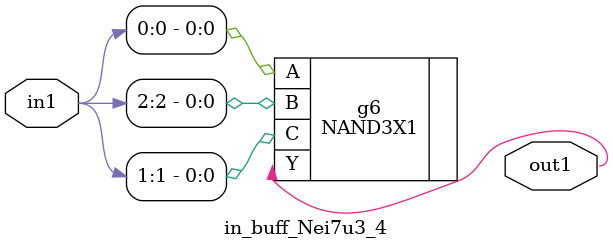
<source format=v>
`timescale 1ps / 1ps


module in_buff_Nei7u3_4(in1, out1);
  input [2:0] in1;
  output out1;
  wire [2:0] in1;
  wire out1;
  NAND3X1 g6(.A (in1[0]), .B (in1[2]), .C (in1[1]), .Y (out1));
endmodule



</source>
